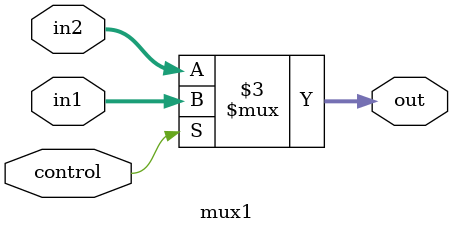
<source format=v>
module mux1#(parameter W = 32)
(input control,
input [W-1:0] in1, in2,
output reg [W-1:0]out);

always@(*)
begin
	out <= 32'h00000000;
	if (control)
	out <= in1;
	else
	out <= in2;
end
endmodule

</source>
